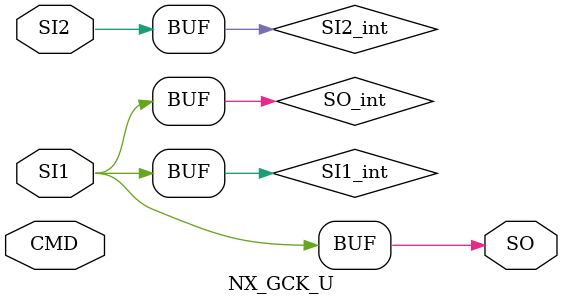
<source format=v>
module NX_GCK_U(SI1, SI2, CMD, SO);
    input CMD;
    input SI1;
    input SI2;
    output SO;
    parameter inv_in = 1'b0;
    parameter inv_out = 1'b0;
    parameter std_mode = "BYPASS";

    wire SI1_int = inv_in ? ~SI1 : SI1;
    wire SI2_int = inv_in ? ~SI2 : SI2;

    wire SO_int;
    generate if (std_mode == "BYPASS") begin
        assign SO_int = SI1_int;
    end
    else if (std_mode == "MUX") begin
        assign SO_int = CMD ? SI1_int : SI2_int;
    end
    else if (std_mode == "CKS") begin
        assign SO_int = CMD ? SI1_int : 1'b0;
    end
    else if (std_mode == "CSC") begin
        assign SO_int = CMD;
    end
    else
    $error("Unrecognised std_mode");
    endgenerate
    assign SO = inv_out ? ~SO_int : SO_int;
endmodule

</source>
